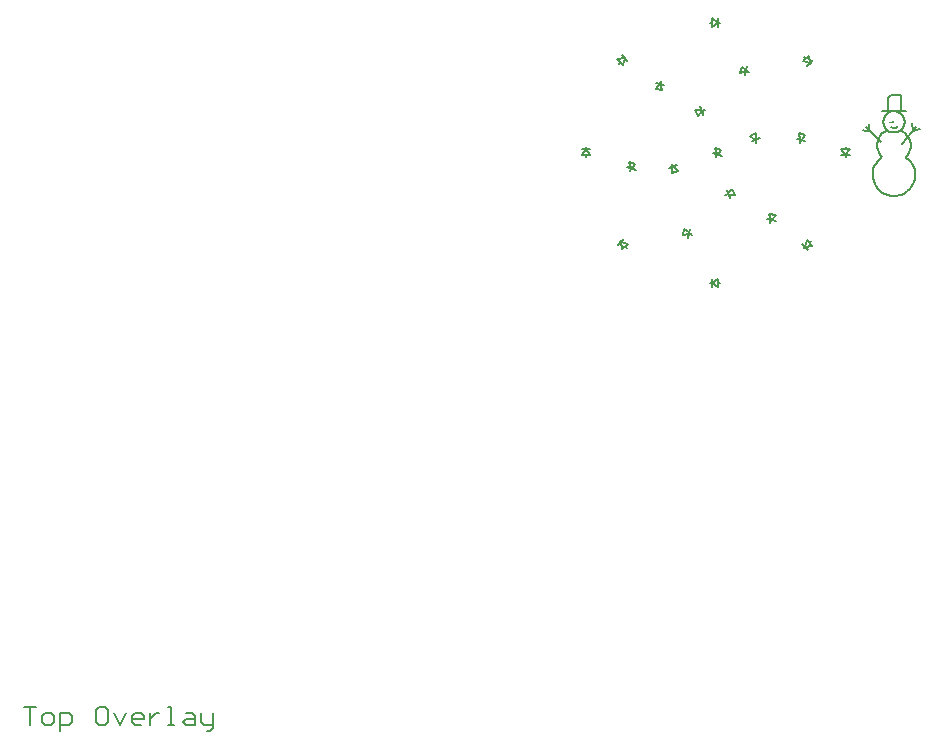
<source format=gto>
G04*
G04 #@! TF.GenerationSoftware,Altium Limited,Altium Designer,20.2.4 (192)*
G04*
G04 Layer_Color=65535*
%FSLAX44Y44*%
%MOMM*%
G71*
G04*
G04 #@! TF.SameCoordinates,0F43FF0A-D758-409E-903F-A1448CC310CE*
G04*
G04*
G04 #@! TF.FilePolarity,Positive*
G04*
G01*
G75*
%ADD10C,0.2000*%
%ADD11C,0.1500*%
%ADD12C,0.1500*%
%ADD13C,0.2032*%
G36*
X151000Y27000D02*
X145000Y25000D01*
X151000D01*
Y27000D01*
D02*
G37*
G54D10*
X160055Y26000D02*
X159689Y28551D01*
X158618Y30896D01*
X156930Y32844D01*
X154762Y34237D01*
X152289Y34963D01*
X149711D01*
X147238Y34237D01*
X145070Y32844D01*
X143382Y30896D01*
X142311Y28551D01*
X141945Y26000D01*
X142311Y23449D01*
X143382Y21104D01*
X145070Y19156D01*
X147238Y17763D01*
X149711Y17037D01*
X152289D01*
X154762Y17763D01*
X156930Y19156D01*
X158618Y21104D01*
X159689Y23449D01*
X160055Y26000D01*
X161142Y-3864D02*
X162707Y-1943D01*
X163913Y221D01*
X164723Y2562D01*
X165113Y5008D01*
X165070Y7485D01*
X164595Y9916D01*
X163703Y12227D01*
X162423Y14347D01*
X160791Y16212D01*
X158860Y17763D01*
X156688Y18954D01*
X145312D02*
X143140Y17763D01*
X141209Y16212D01*
X139577Y14347D01*
X138297Y12227D01*
X137405Y9916D01*
X136931Y7485D01*
X136887Y5008D01*
X137277Y2562D01*
X138087Y221D01*
X139293Y-1943D01*
X140858Y-3864D01*
X141015Y-4023D02*
X139010Y-5574D01*
X137243Y-7392D01*
X135748Y-9440D01*
X134556Y-11678D01*
X133691Y-14061D01*
X133169Y-16542D01*
X133000Y-19072D01*
X133189Y-21600D01*
X133731Y-24077D01*
X134615Y-26453D01*
X135825Y-28681D01*
X137336Y-30717D01*
X139118Y-32521D01*
X141136Y-34056D01*
X143349Y-35293D01*
X145714Y-36206D01*
X148184Y-36778D01*
X150710Y-36998D01*
X153241Y-36860D01*
X155729Y-36368D01*
X158122Y-35531D01*
X160374Y-34367D01*
X162440Y-32897D01*
X164279Y-31152D01*
X165855Y-29165D01*
X167136Y-26977D01*
X168097Y-24631D01*
X168718Y-22173D01*
X168988Y-19652D01*
X168901Y-17118D01*
X168459Y-14622D01*
X167671Y-12212D01*
X166552Y-9937D01*
X165124Y-7842D01*
X163417Y-5968D01*
X161462Y-4353D01*
X125000Y19000D02*
X126615Y17923D01*
X146106Y35000D02*
Y46106D01*
X148500Y48500D01*
X156426D01*
X157174Y47752D01*
Y35111D02*
Y47752D01*
X126615Y17923D02*
X130000Y18600D01*
Y24000D01*
X127000Y22000D02*
X140000Y9000D01*
X167252Y18565D02*
X173057Y19715D01*
X166000Y25000D02*
X166969Y18212D01*
X170000Y22000D01*
X158000Y7000D02*
X170000Y22000D01*
X141107Y35111D02*
X161107D01*
G54D11*
X151500Y-24000D02*
D03*
Y-15000D02*
D03*
Y-6000D02*
D03*
Y3000D02*
D03*
Y11000D02*
D03*
X154568Y29984D02*
D03*
X148500Y30000D02*
D03*
G54D12*
X148179Y21753D02*
X150344Y20943D01*
X152643Y21173D01*
X154606Y22394D01*
X79594Y-76382D02*
X80940Y-75061D01*
X75000Y-81000D02*
X76059Y-79918D01*
X82069Y-78857D01*
X77119Y-73907D02*
X82069Y-78857D01*
X76059Y-79918D02*
X77119Y-73907D01*
X76059Y-79918D02*
X78531Y-82390D01*
X73584Y-77443D02*
X78531Y-82390D01*
X-76382Y-79594D02*
X-75061Y-80940D01*
X-81000Y-75000D02*
X-79918Y-76059D01*
X-78857Y-82069D01*
X-73907Y-77119D01*
X-79918Y-76059D02*
X-73907Y-77119D01*
X-82390Y-78531D02*
X-79918Y-76059D01*
X-82390Y-78531D02*
X-77443Y-73584D01*
X-81939Y75061D02*
X-80594Y76382D01*
X-77059Y79918D02*
X-76000Y81000D01*
X-83069Y78857D02*
X-77059Y79918D01*
X-83069Y78857D02*
X-78119Y73907D01*
X-77059Y79918D01*
X-79531Y82390D02*
X-77059Y79918D01*
X-79531Y82390D02*
X-74584Y77443D01*
X75061Y80940D02*
X76382Y79594D01*
X79918Y76059D02*
X81000Y75000D01*
X78857Y82069D02*
X79918Y76059D01*
X73907Y77119D02*
X78857Y82069D01*
X73907Y77119D02*
X79918Y76059D01*
X82390Y78531D01*
X77443Y73584D02*
X82390Y78531D01*
X106502Y-2000D02*
X113498D01*
X110002D02*
X113498D01*
X106502Y3000D02*
X110002Y-2000D01*
X106502Y3000D02*
X113502D01*
X110002Y-2000D02*
X113502Y3000D01*
X110002Y-2000D02*
X110019Y-3514D01*
X110002Y3000D02*
X110019Y4886D01*
X2000Y106502D02*
Y113498D01*
Y110002D02*
Y113498D01*
X-3000Y106502D02*
X2000Y110002D01*
X-3000Y106502D02*
Y113502D01*
X2000Y110002D01*
X3514Y110019D01*
X-4886D02*
X-3000Y110002D01*
X-113498Y3000D02*
X-106502D01*
X-113498D02*
X-110002D01*
X-106502Y-2000D01*
X-113502D02*
X-106502D01*
X-113502D02*
X-110002Y3000D01*
X-110019Y4514D02*
X-110002Y3000D01*
X-110019Y-3886D02*
X-110002Y-2000D01*
X2000Y-110500D02*
X3886Y-110517D01*
X-4514D02*
X-3000Y-110500D01*
X2000Y-114000D01*
Y-107000D01*
X-3000Y-110500D02*
X2000Y-107000D01*
X-3000Y-113996D02*
Y-110500D01*
Y-113996D02*
Y-107000D01*
X-72467Y-16026D02*
X-71371Y-13529D01*
X-73121Y-8243D02*
X-71852Y-13405D01*
X-73121Y-8243D02*
X-67878Y-9473D01*
X-70736Y-13692D02*
X-67878Y-9473D01*
X-75027Y-12587D02*
X-70736Y-13692D01*
X-75027Y-12587D02*
X-67715Y-14470D01*
X-47126Y58021D02*
X-46030Y60519D01*
X-46645Y57897D02*
X-45376Y52736D01*
X-50619Y53966D02*
X-45376Y52736D01*
X-50619Y53966D02*
X-47761Y58185D01*
X-43470Y57079D01*
X-50782Y58963D02*
X-43470Y57079D01*
X26021Y69296D02*
X28519Y68200D01*
X20736Y67546D02*
X25897Y68815D01*
X20736Y67546D02*
X21965Y72789D01*
X26185Y69931D01*
X25079Y65640D02*
X26185Y69931D01*
X25079Y65640D02*
X26963Y72952D01*
X71086Y8336D02*
X72182Y10834D01*
X70432Y16119D02*
X71701Y10958D01*
X70432Y16119D02*
X75675Y14890D01*
X72817Y10670D02*
X75675Y14890D01*
X68526Y11776D02*
X72817Y10670D01*
X68526Y11776D02*
X75838Y9892D01*
X46200Y-59519D02*
X47296Y-57021D01*
X45546Y-51736D02*
X46815Y-56897D01*
X45546Y-51736D02*
X50789Y-52965D01*
X47931Y-57185D02*
X50789Y-52965D01*
X43640Y-56079D02*
X47931Y-57185D01*
X43640Y-56079D02*
X50952Y-57963D01*
X-22580Y-68305D02*
X-20082Y-69401D01*
X-27865Y-70055D02*
X-22704Y-68786D01*
X-27865Y-70055D02*
X-26636Y-64812D01*
X-22417Y-67670D01*
X-23522Y-71961D02*
X-22417Y-67670D01*
X-23522Y-71961D02*
X-21638Y-64649D01*
X-2270Y-711D02*
X5043Y-2594D01*
X-2270Y-711D02*
X2022Y-1816D01*
X4880Y2403D01*
X-363Y3633D02*
X4880Y2403D01*
X-363Y3633D02*
X906Y-1529D01*
X291Y-4150D02*
X1387Y-1652D01*
X-39535Y-13326D02*
X-32465Y-10674D01*
X-36614Y-12230D02*
X-32465Y-10674D01*
X-36614Y-12230D02*
X-36535Y-17326D01*
X-31535Y-15326D01*
X-35535Y-11826D02*
X-31535Y-15326D01*
X-36535Y-9326D02*
X-36000Y-12000D01*
X9674Y-31465D02*
X12326Y-38535D01*
X9674Y-31465D02*
X11230Y-35614D01*
X16326Y-35535D01*
X14326Y-30535D02*
X16326Y-35535D01*
X10826Y-34535D02*
X14326Y-30535D01*
X8326Y-35535D02*
X11000Y-35000D01*
X30465Y9674D02*
X37535Y12326D01*
X30465Y9674D02*
X34614Y11230D01*
X34535Y16326D02*
X34614Y11230D01*
X29535Y14326D02*
X34535Y16326D01*
X29535Y14326D02*
X33535Y10826D01*
X34000Y11000D02*
X34535Y8326D01*
X-11674Y35465D02*
X-9000Y36000D01*
X-15000Y31000D02*
X-11500Y35000D01*
X-17000Y36000D02*
X-15000Y31000D01*
X-17000Y36000D02*
X-11905Y36079D01*
X-10349Y31930D01*
X-13000Y39000D02*
X-10349Y31930D01*
G54D13*
X-585802Y-469392D02*
X-575645D01*
X-580723D01*
Y-484627D01*
X-568028D02*
X-562949D01*
X-560410Y-482088D01*
Y-477010D01*
X-562949Y-474470D01*
X-568028D01*
X-570567Y-477010D01*
Y-482088D01*
X-568028Y-484627D01*
X-555332Y-489706D02*
Y-474470D01*
X-547714D01*
X-545175Y-477010D01*
Y-482088D01*
X-547714Y-484627D01*
X-555332D01*
X-517244Y-469392D02*
X-522322D01*
X-524862Y-471931D01*
Y-482088D01*
X-522322Y-484627D01*
X-517244D01*
X-514705Y-482088D01*
Y-471931D01*
X-517244Y-469392D01*
X-509627Y-474470D02*
X-504548Y-484627D01*
X-499470Y-474470D01*
X-486774Y-484627D02*
X-491852D01*
X-494391Y-482088D01*
Y-477010D01*
X-491852Y-474470D01*
X-486774D01*
X-484235Y-477010D01*
Y-479549D01*
X-494391D01*
X-479156Y-474470D02*
Y-484627D01*
Y-479549D01*
X-476617Y-477010D01*
X-474078Y-474470D01*
X-471539D01*
X-463921Y-484627D02*
X-458843D01*
X-461382D01*
Y-469392D01*
X-463921D01*
X-448686Y-474470D02*
X-443608D01*
X-441069Y-477010D01*
Y-484627D01*
X-448686D01*
X-451225Y-482088D01*
X-448686Y-479549D01*
X-441069D01*
X-435990Y-474470D02*
Y-482088D01*
X-433451Y-484627D01*
X-425834D01*
Y-487166D01*
X-428373Y-489706D01*
X-430912D01*
X-425834Y-484627D02*
Y-474470D01*
M02*

</source>
